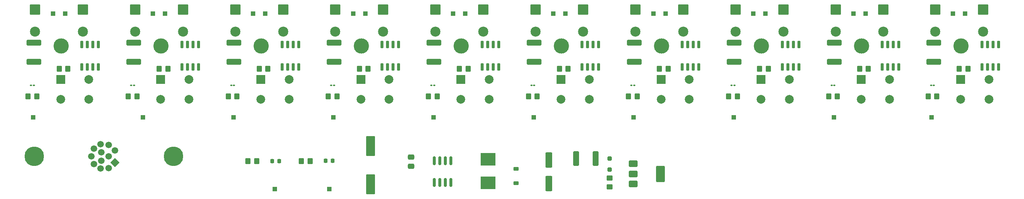
<source format=gts>
G04 #@! TF.GenerationSoftware,KiCad,Pcbnew,9.0.0*
G04 #@! TF.CreationDate,2025-04-14T19:28:55-07:00*
G04 #@! TF.ProjectId,solenoid_10,736f6c65-6e6f-4696-945f-31302e6b6963,rev?*
G04 #@! TF.SameCoordinates,Original*
G04 #@! TF.FileFunction,Soldermask,Top*
G04 #@! TF.FilePolarity,Negative*
%FSLAX46Y46*%
G04 Gerber Fmt 4.6, Leading zero omitted, Abs format (unit mm)*
G04 Created by KiCad (PCBNEW 9.0.0) date 2025-04-14 19:28:55*
%MOMM*%
%LPD*%
G01*
G04 APERTURE LIST*
G04 Aperture macros list*
%AMRoundRect*
0 Rectangle with rounded corners*
0 $1 Rounding radius*
0 $2 $3 $4 $5 $6 $7 $8 $9 X,Y pos of 4 corners*
0 Add a 4 corners polygon primitive as box body*
4,1,4,$2,$3,$4,$5,$6,$7,$8,$9,$2,$3,0*
0 Add four circle primitives for the rounded corners*
1,1,$1+$1,$2,$3*
1,1,$1+$1,$4,$5*
1,1,$1+$1,$6,$7*
1,1,$1+$1,$8,$9*
0 Add four rect primitives between the rounded corners*
20,1,$1+$1,$2,$3,$4,$5,0*
20,1,$1+$1,$4,$5,$6,$7,0*
20,1,$1+$1,$6,$7,$8,$9,0*
20,1,$1+$1,$8,$9,$2,$3,0*%
G04 Aperture macros list end*
%ADD10RoundRect,0.250000X0.350000X0.450000X-0.350000X0.450000X-0.350000X-0.450000X0.350000X-0.450000X0*%
%ADD11R,1.000000X1.000000*%
%ADD12RoundRect,0.250000X1.450000X-0.400000X1.450000X0.400000X-1.450000X0.400000X-1.450000X-0.400000X0*%
%ADD13RoundRect,0.250000X-0.350000X-0.450000X0.350000X-0.450000X0.350000X0.450000X-0.350000X0.450000X0*%
%ADD14RoundRect,0.150000X0.150000X-0.725000X0.150000X0.725000X-0.150000X0.725000X-0.150000X-0.725000X0*%
%ADD15RoundRect,0.225000X-0.375000X0.225000X-0.375000X-0.225000X0.375000X-0.225000X0.375000X0.225000X0*%
%ADD16RoundRect,0.100000X-0.130000X-0.100000X0.130000X-0.100000X0.130000X0.100000X-0.130000X0.100000X0*%
%ADD17R,2.000000X2.000000*%
%ADD18C,2.000000*%
%ADD19C,3.500000*%
%ADD20RoundRect,0.250000X-0.300000X-0.300000X0.300000X-0.300000X0.300000X0.300000X-0.300000X0.300000X0*%
%ADD21RoundRect,0.250001X-0.799999X2.049999X-0.799999X-2.049999X0.799999X-2.049999X0.799999X2.049999X0*%
%ADD22RoundRect,0.218750X-0.218750X-0.256250X0.218750X-0.256250X0.218750X0.256250X-0.218750X0.256250X0*%
%ADD23RoundRect,0.250000X-0.250000X0.250000X-0.250000X-0.250000X0.250000X-0.250000X0.250000X0.250000X0*%
%ADD24RoundRect,0.250000X-0.475000X0.337500X-0.475000X-0.337500X0.475000X-0.337500X0.475000X0.337500X0*%
%ADD25RoundRect,0.250000X-0.750000X-0.500000X0.750000X-0.500000X0.750000X0.500000X-0.750000X0.500000X0*%
%ADD26RoundRect,0.250000X-0.750000X-1.650000X0.750000X-1.650000X0.750000X1.650000X-0.750000X1.650000X0*%
%ADD27C,4.500000*%
%ADD28RoundRect,0.150000X-0.150000X0.825000X-0.150000X-0.825000X0.150000X-0.825000X0.150000X0.825000X0*%
%ADD29RoundRect,0.250000X-0.550000X1.500000X-0.550000X-1.500000X0.550000X-1.500000X0.550000X1.500000X0*%
%ADD30RoundRect,0.102000X-0.924896X0.000000X0.000000X-0.924896X0.924896X0.000000X0.000000X0.924896X0*%
%ADD31C,1.512000*%
%ADD32RoundRect,0.250000X-0.400000X-1.450000X0.400000X-1.450000X0.400000X1.450000X-0.400000X1.450000X0*%
%ADD33RoundRect,0.250000X-0.450000X0.350000X-0.450000X-0.350000X0.450000X-0.350000X0.450000X0.350000X0*%
%ADD34R,3.500000X2.950000*%
%ADD35RoundRect,0.102000X-1.050000X1.050000X-1.050000X-1.050000X1.050000X-1.050000X1.050000X1.050000X0*%
%ADD36C,2.304000*%
G04 APERTURE END LIST*
D10*
X137613376Y-89209500D03*
X135613376Y-89209500D03*
D11*
X228800000Y-94000000D03*
D12*
X159913376Y-81234500D03*
X159913376Y-76784500D03*
X297913376Y-81234500D03*
X297913376Y-76784500D03*
D13*
X257738376Y-82809500D03*
X259738376Y-82809500D03*
D14*
X147958376Y-82384500D03*
X149228376Y-82384500D03*
X150498376Y-82384500D03*
X151768376Y-82384500D03*
X151768376Y-77234500D03*
X150498376Y-77234500D03*
X149228376Y-77234500D03*
X147958376Y-77234500D03*
D12*
X228913376Y-81234500D03*
X228913376Y-76784500D03*
D15*
X224800000Y-105850000D03*
X224800000Y-109150000D03*
D11*
X205800000Y-94000000D03*
D16*
X159293376Y-86659500D03*
X159933376Y-86659500D03*
D13*
X165738376Y-82809500D03*
X167738376Y-82809500D03*
D17*
X143088376Y-85309500D03*
D18*
X149588376Y-85309500D03*
X143088376Y-89809500D03*
X149588376Y-89809500D03*
D19*
X189182001Y-77609000D03*
D14*
X285958376Y-82384500D03*
X287228376Y-82384500D03*
X288498376Y-82384500D03*
X289768376Y-82384500D03*
X289768376Y-77234500D03*
X288498376Y-77234500D03*
X287228376Y-77234500D03*
X285958376Y-77234500D03*
D19*
X235182001Y-77609000D03*
D14*
X239958376Y-82384500D03*
X241228376Y-82384500D03*
X242498376Y-82384500D03*
X243768376Y-82384500D03*
X243768376Y-77234500D03*
X242498376Y-77234500D03*
X241228376Y-77234500D03*
X239958376Y-77234500D03*
D16*
X113293375Y-86659500D03*
X113933375Y-86659500D03*
D10*
X252613376Y-89209500D03*
X250613376Y-89209500D03*
D13*
X119738375Y-82809500D03*
X121738375Y-82809500D03*
D20*
X302313376Y-70159500D03*
X305113376Y-70159500D03*
D10*
X275613376Y-89209500D03*
X273613376Y-89209500D03*
D13*
X188738376Y-82809500D03*
X190738376Y-82809500D03*
D16*
X182293376Y-86659500D03*
X182933376Y-86659500D03*
D10*
X229613376Y-89209500D03*
X227613376Y-89209500D03*
D21*
X191300000Y-100600000D03*
X191300000Y-109400000D03*
D20*
X141313376Y-70159500D03*
X144113376Y-70159500D03*
D16*
X251293376Y-86659500D03*
X251933376Y-86659500D03*
D10*
X298613376Y-89209500D03*
X296613376Y-89209500D03*
D22*
X181012500Y-104000000D03*
X182587500Y-104000000D03*
D23*
X246300000Y-103500000D03*
X246300000Y-106000000D03*
D16*
X136293376Y-86659500D03*
X136933376Y-86659500D03*
D19*
X143182001Y-77609000D03*
D12*
X182913376Y-81234500D03*
X182913376Y-76784500D03*
D13*
X142738376Y-82809500D03*
X144738376Y-82809500D03*
D12*
X274913376Y-81234500D03*
X274913376Y-76784500D03*
D11*
X181800000Y-110500000D03*
D19*
X212182001Y-77609000D03*
D20*
X187313376Y-70159500D03*
X190113376Y-70159500D03*
D17*
X304088376Y-85309500D03*
D18*
X310588376Y-85309500D03*
X304088376Y-89809500D03*
X310588376Y-89809500D03*
D17*
X258088376Y-85309500D03*
D18*
X264588376Y-85309500D03*
X258088376Y-89809500D03*
X264588376Y-89809500D03*
D19*
X304182001Y-77609000D03*
D17*
X235088376Y-85309500D03*
D18*
X241588376Y-85309500D03*
X235088376Y-89809500D03*
X241588376Y-89809500D03*
D24*
X200645000Y-103162500D03*
X200645000Y-105237500D03*
D17*
X326963376Y-85309500D03*
D18*
X333463376Y-85309500D03*
X326963376Y-89809500D03*
X333463376Y-89809500D03*
D11*
X182800000Y-94000000D03*
D12*
X320788376Y-81234500D03*
X320788376Y-76784500D03*
D19*
X258182001Y-77609000D03*
D12*
X113913375Y-81234500D03*
X113913375Y-76784500D03*
D11*
X169300000Y-110500000D03*
D13*
X211738376Y-82809500D03*
X213738376Y-82809500D03*
D16*
X205293376Y-86659500D03*
X205933376Y-86659500D03*
D25*
X251650000Y-104700000D03*
X251650000Y-107000000D03*
D26*
X257950000Y-107000000D03*
D25*
X251650000Y-109300000D03*
D19*
X120182000Y-77609000D03*
D14*
X124958375Y-82384500D03*
X126228375Y-82384500D03*
X127498375Y-82384500D03*
X128768375Y-82384500D03*
X128768375Y-77234500D03*
X127498375Y-77234500D03*
X126228375Y-77234500D03*
X124958375Y-77234500D03*
D19*
X281182001Y-77609000D03*
D27*
X114000000Y-103000000D03*
D20*
X256313376Y-70159500D03*
X259113376Y-70159500D03*
D14*
X308958376Y-82384500D03*
X310228376Y-82384500D03*
X311498376Y-82384500D03*
X312768376Y-82384500D03*
X312768376Y-77234500D03*
X311498376Y-77234500D03*
X310228376Y-77234500D03*
X308958376Y-77234500D03*
D20*
X279313376Y-70159500D03*
X282113376Y-70159500D03*
D13*
X280738376Y-82809500D03*
X282738376Y-82809500D03*
D22*
X168712500Y-104075000D03*
X170287500Y-104075000D03*
D20*
X164313376Y-70159500D03*
X167113376Y-70159500D03*
D10*
X114613375Y-89209500D03*
X112613375Y-89209500D03*
D14*
X262958376Y-82384500D03*
X264228376Y-82384500D03*
X265498376Y-82384500D03*
X266768376Y-82384500D03*
X266768376Y-77234500D03*
X265498376Y-77234500D03*
X264228376Y-77234500D03*
X262958376Y-77234500D03*
D28*
X209800000Y-104000000D03*
X208530000Y-104000000D03*
X207260000Y-104000000D03*
X205990000Y-104000000D03*
X205990000Y-108950000D03*
X207260000Y-108950000D03*
X208530000Y-108950000D03*
X209800000Y-108950000D03*
D29*
X232300000Y-103800000D03*
X232300000Y-109200000D03*
D13*
X163125000Y-104100000D03*
X165125000Y-104100000D03*
D16*
X228293376Y-86659500D03*
X228933376Y-86659500D03*
D13*
X326613376Y-82809500D03*
X328613376Y-82809500D03*
D16*
X274293376Y-86659500D03*
X274933376Y-86659500D03*
D10*
X321488376Y-89209500D03*
X319488376Y-89209500D03*
D20*
X210313376Y-70159500D03*
X213113376Y-70159500D03*
D13*
X175400000Y-104050000D03*
X177400000Y-104050000D03*
D14*
X216958376Y-82384500D03*
X218228376Y-82384500D03*
X219498376Y-82384500D03*
X220768376Y-82384500D03*
X220768376Y-77234500D03*
X219498376Y-77234500D03*
X218228376Y-77234500D03*
X216958376Y-77234500D03*
D12*
X205913376Y-81234500D03*
X205913376Y-76784500D03*
D30*
X132524371Y-104428356D03*
D31*
X132525078Y-101573766D03*
X131128542Y-100328551D03*
X129263195Y-100195615D03*
X127704024Y-101228698D03*
X127100155Y-102999293D03*
X127702610Y-104769888D03*
X129261781Y-105804385D03*
X131127128Y-105671449D03*
X131100258Y-103000000D03*
X129449871Y-102046820D03*
X129449871Y-103953180D03*
D10*
X160613376Y-89209500D03*
X158613376Y-89209500D03*
X183613376Y-89209500D03*
X181613376Y-89209500D03*
D13*
X303738376Y-82809500D03*
X305738376Y-82809500D03*
D11*
X251800000Y-94000000D03*
D19*
X327057001Y-77609000D03*
D11*
X274800000Y-94000000D03*
D17*
X189088376Y-85309500D03*
D18*
X195588376Y-85309500D03*
X189088376Y-89809500D03*
X195588376Y-89809500D03*
D10*
X206613376Y-89209500D03*
X204613376Y-89209500D03*
D20*
X233313376Y-70159500D03*
X236113376Y-70159500D03*
D11*
X320300000Y-94000000D03*
D16*
X320168376Y-86659500D03*
X320808376Y-86659500D03*
D17*
X212088376Y-85309500D03*
D18*
X218588376Y-85309500D03*
X212088376Y-89809500D03*
X218588376Y-89809500D03*
D20*
X118313375Y-70159500D03*
X121113375Y-70159500D03*
D14*
X331833376Y-82384500D03*
X333103376Y-82384500D03*
X334373376Y-82384500D03*
X335643376Y-82384500D03*
X335643376Y-77234500D03*
X334373376Y-77234500D03*
X333103376Y-77234500D03*
X331833376Y-77234500D03*
D12*
X251913376Y-81234500D03*
X251913376Y-76784500D03*
D11*
X139000000Y-94000000D03*
X159800000Y-94000000D03*
X113800000Y-94000000D03*
D27*
X146000000Y-103000000D03*
D14*
X170958376Y-82384500D03*
X172228376Y-82384500D03*
X173498376Y-82384500D03*
X174768376Y-82384500D03*
X174768376Y-77234500D03*
X173498376Y-77234500D03*
X172228376Y-77234500D03*
X170958376Y-77234500D03*
D19*
X166182001Y-77609000D03*
D20*
X325188376Y-70159500D03*
X327988376Y-70159500D03*
D16*
X297293376Y-86659500D03*
X297933376Y-86659500D03*
D17*
X166088376Y-85309500D03*
D18*
X172588376Y-85309500D03*
X166088376Y-89809500D03*
X172588376Y-89809500D03*
D32*
X238575000Y-103500000D03*
X243025000Y-103500000D03*
D17*
X281088376Y-85309500D03*
D18*
X287588376Y-85309500D03*
X281088376Y-89809500D03*
X287588376Y-89809500D03*
D33*
X246300000Y-108000000D03*
X246300000Y-110000000D03*
D34*
X218300000Y-109100000D03*
X218300000Y-103650000D03*
D17*
X120088375Y-85309500D03*
D18*
X126588375Y-85309500D03*
X120088375Y-89809500D03*
X126588375Y-89809500D03*
D12*
X136913376Y-81234500D03*
X136913376Y-76784500D03*
D11*
X297800000Y-94000000D03*
D13*
X234738376Y-82809500D03*
X236738376Y-82809500D03*
D14*
X193958376Y-82384500D03*
X195228376Y-82384500D03*
X196498376Y-82384500D03*
X197768376Y-82384500D03*
X197768376Y-77234500D03*
X196498376Y-77234500D03*
X195228376Y-77234500D03*
X193958376Y-77234500D03*
D35*
X125213375Y-69219500D03*
D36*
X125213375Y-74299500D03*
D35*
X160213376Y-69219500D03*
D36*
X160213376Y-74299500D03*
D35*
X321088376Y-69219500D03*
D36*
X321088376Y-74299500D03*
D35*
X206213376Y-69219500D03*
D36*
X206213376Y-74299500D03*
D35*
X229213376Y-69219500D03*
D36*
X229213376Y-74299500D03*
D35*
X194213376Y-69219500D03*
D36*
X194213376Y-74299500D03*
D35*
X240213376Y-69219500D03*
D36*
X240213376Y-74299500D03*
D35*
X252213376Y-69219500D03*
D36*
X252213376Y-74299500D03*
D35*
X148213376Y-69219500D03*
D36*
X148213376Y-74299500D03*
D35*
X183213376Y-69219500D03*
D36*
X183213376Y-74299500D03*
D35*
X298213376Y-69219500D03*
D36*
X298213376Y-74299500D03*
D35*
X263213376Y-69219500D03*
D36*
X263213376Y-74299500D03*
D35*
X137213376Y-69219500D03*
D36*
X137213376Y-74299500D03*
D35*
X309213376Y-69219500D03*
D36*
X309213376Y-74299500D03*
D35*
X171213376Y-69219500D03*
D36*
X171213376Y-74299500D03*
D35*
X114213375Y-69219500D03*
D36*
X114213375Y-74299500D03*
D35*
X286213376Y-69219500D03*
D36*
X286213376Y-74299500D03*
D35*
X275213376Y-69219500D03*
D36*
X275213376Y-74299500D03*
D35*
X332088376Y-69219500D03*
D36*
X332088376Y-74299500D03*
D35*
X217213376Y-69219500D03*
D36*
X217213376Y-74299500D03*
M02*

</source>
